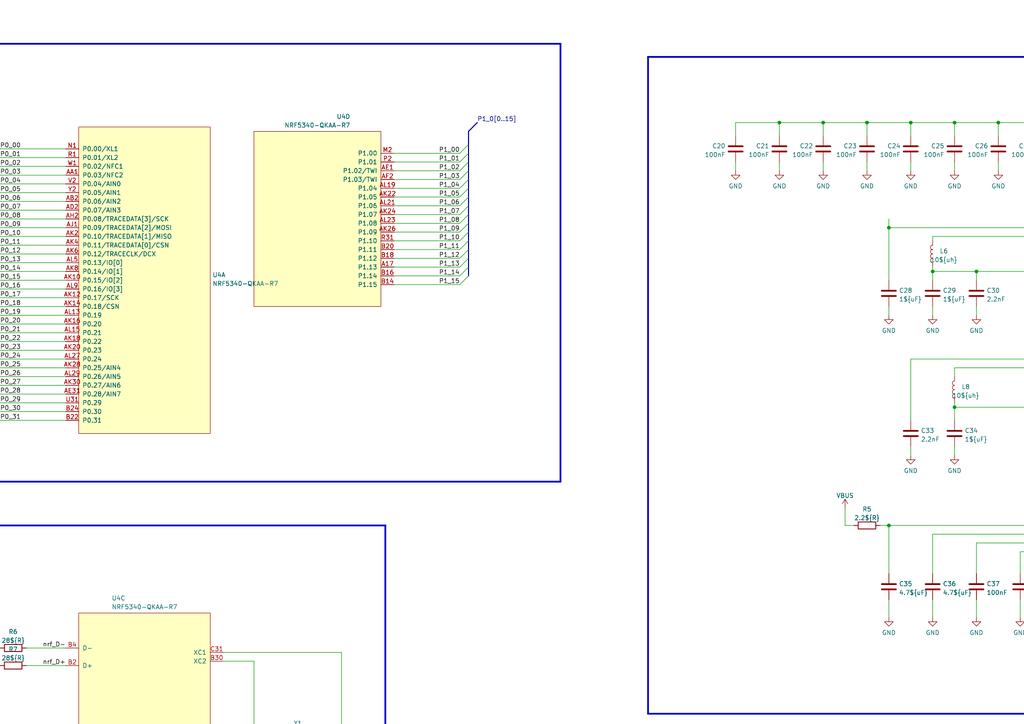
<source format=kicad_sch>
(kicad_sch (version 20211123) (generator eeschema)
  (paper "A4")
  (junction (at 257.81 152.4))
  (junction (at 302.26 35.56))
  (junction (at 403.86 99.06))
  (junction (at 226.06 35.56))
  (junction (at 378.46 99.06))
  (junction (at 306.07 128.27))
  (junction (at 276.86 35.56))
  (junction (at 289.56 35.56))
  (junction (at 251.46 35.56))
  (junction (at 73.66 214.63))
  (junction (at 283.21 78.74))
  (junction (at 257.81 66.04))
  (junction (at 238.76 35.56))
  (junction (at 276.86 118.11))
  (junction (at 270.51 78.74))
  (junction (at 308.61 78.74))
  (junction (at 264.16 35.56))
  (junction (at 99.06 214.63))
  (bus_entry (at -2.54 40.64) (size 2.54 2.54))
  (bus_entry (at -2.54 99.06) (size 2.54 2.54))
  (bus_entry (at -2.54 81.28) (size 2.54 2.54))
  (bus_entry (at -2.54 58.42) (size 2.54 2.54))
  (bus_entry (at -2.54 60.96) (size 2.54 2.54))
  (bus_entry (at -2.54 116.84) (size 2.54 2.54))
  (bus_entry (at 135.89 62.23) (size -2.54 2.54))
  (bus_entry (at -2.54 71.12) (size 2.54 2.54))
  (bus_entry (at -2.54 78.74) (size 2.54 2.54))
  (bus_entry (at 135.89 44.45) (size -2.54 2.54))
  (bus_entry (at -2.54 73.66) (size 2.54 2.54))
  (bus_entry (at 135.89 57.15) (size -2.54 2.54))
  (bus_entry (at 135.89 41.91) (size -2.54 2.54))
  (bus_entry (at -2.54 91.44) (size 2.54 2.54))
  (bus_entry (at -2.54 104.14) (size 2.54 2.54))
  (bus_entry (at 135.89 67.31) (size -2.54 2.54))
  (bus_entry (at 135.89 74.93) (size -2.54 2.54))
  (bus_entry (at -2.54 50.8) (size 2.54 2.54))
  (bus_entry (at 135.89 49.53) (size -2.54 2.54))
  (bus_entry (at -2.54 48.26) (size 2.54 2.54))
  (bus_entry (at -2.54 63.5) (size 2.54 2.54))
  (bus_entry (at -2.54 96.52) (size 2.54 2.54))
  (bus_entry (at 135.89 59.69) (size -2.54 2.54))
  (bus_entry (at 135.89 77.47) (size -2.54 2.54))
  (bus_entry (at -2.54 86.36) (size 2.54 2.54))
  (bus_entry (at -2.54 106.68) (size 2.54 2.54))
  (bus_entry (at -2.54 53.34) (size 2.54 2.54))
  (bus_entry (at -2.54 45.72) (size 2.54 2.54))
  (bus_entry (at -2.54 83.82) (size 2.54 2.54))
  (bus_entry (at -2.54 111.76) (size 2.54 2.54))
  (bus_entry (at -2.54 114.3) (size 2.54 2.54))
  (bus_entry (at -2.54 93.98) (size 2.54 2.54))
  (bus_entry (at -2.54 43.18) (size 2.54 2.54))
  (bus_entry (at 135.89 54.61) (size -2.54 2.54))
  (bus_entry (at -2.54 55.88) (size 2.54 2.54))
  (bus_entry (at 135.89 72.39) (size -2.54 2.54))
  (bus_entry (at -2.54 66.04) (size 2.54 2.54))
  (bus_entry (at 135.89 80.01) (size -2.54 2.54))
  (bus_entry (at -2.54 101.6) (size 2.54 2.54))
  (bus_entry (at -2.54 109.22) (size 2.54 2.54))
  (bus_entry (at -2.54 76.2) (size 2.54 2.54))
  (bus_entry (at 135.89 69.85) (size -2.54 2.54))
  (bus_entry (at 135.89 46.99) (size -2.54 2.54))
  (bus_entry (at -2.54 68.58) (size 2.54 2.54))
  (bus_entry (at -2.54 119.38) (size 2.54 2.54))
  (bus_entry (at 135.89 52.07) (size -2.54 2.54))
  (bus_entry (at 135.89 64.77) (size -2.54 2.54))
  (bus_entry (at -2.54 88.9) (size 2.54 2.54))
  (wire (pts (xy 276.86 118.11) (xy 311.15 118.11)))
  (wire (pts (xy -15.24 193.04) (xy 0 193.04)))
  (wire (pts (xy 238.76 49.53) (xy 238.76 46.99)))
  (wire (pts (xy 276.86 106.68) (xy 276.86 109.22)))
  (wire (pts (xy 0 93.98) (xy 19.05 93.98)))
  (wire (pts (xy 0 50.8) (xy 19.05 50.8)))
  (bus (pts (xy 135.89 57.15) (xy 135.89 59.69)))
  (bus (pts (xy -2.54 58.42) (xy -2.54 60.96)))
  (wire (pts (xy 133.35 69.85) (xy 114.3 69.85)))
  (bus (pts (xy -2.54 93.98) (xy -2.54 96.52)))
  (wire (pts (xy 133.35 74.93) (xy 114.3 74.93)))
  (wire (pts (xy 251.46 49.53) (xy 251.46 46.99)))
  (wire (pts (xy 378.46 99.06) (xy 378.46 105.41)))
  (bus (pts (xy 135.89 59.69) (xy 135.89 62.23)))
  (bus (pts (xy -2.54 116.84) (xy -2.54 119.38)))
  (wire (pts (xy 133.35 62.23) (xy 114.3 62.23)))
  (wire (pts (xy 403.86 113.03) (xy 403.86 115.57)))
  (wire (pts (xy 0 88.9) (xy 19.05 88.9)))
  (bus (pts (xy 135.89 54.61) (xy 135.89 57.15)))
  (wire (pts (xy 213.36 49.53) (xy 213.36 46.99)))
  (wire (pts (xy 0 86.36) (xy 19.05 86.36)))
  (wire (pts (xy 264.16 104.14) (xy 311.15 104.14)))
  (wire (pts (xy 238.76 35.56) (xy 226.06 35.56)))
  (wire (pts (xy 257.81 88.9) (xy 257.81 91.44)))
  (bus (pts (xy 135.89 46.99) (xy 135.89 49.53)))
  (polyline (pts (xy 187.96 207.01) (xy 187.96 16.51)) (stroke (width 0.508) (type solid)))
  (wire (pts (xy 308.61 78.74) (xy 308.61 77.47)))
  (wire (pts (xy 0 78.74) (xy 19.05 78.74)))
  (bus (pts (xy -2.54 76.2) (xy -2.54 78.74)))
  (bus (pts (xy -2.54 38.1) (xy -2.54 40.64)))
  (bus (pts (xy 135.89 67.31) (xy 135.89 69.85)))
  (wire (pts (xy 270.51 78.74) (xy 283.21 78.74)))
  (bus (pts (xy -2.54 101.6) (xy -2.54 104.14)))
  (bus (pts (xy 135.89 41.91) (xy 135.89 44.45)))
  (wire (pts (xy 257.81 152.4) (xy 257.81 166.37)))
  (wire (pts (xy 264.16 35.56) (xy 251.46 35.56)))
  (wire (pts (xy 308.61 77.47) (xy 311.15 77.47)))
  (wire (pts (xy 311.15 80.01) (xy 308.61 80.01)))
  (wire (pts (xy 0 68.58) (xy 19.05 68.58)))
  (wire (pts (xy 255.27 152.4) (xy 257.81 152.4)))
  (bus (pts (xy -2.54 66.04) (xy -2.54 68.58)))
  (wire (pts (xy 276.86 35.56) (xy 264.16 35.56)))
  (bus (pts (xy -2.54 50.8) (xy -2.54 53.34)))
  (wire (pts (xy -15.24 218.44) (xy 19.05 218.44)))
  (wire (pts (xy 7.62 193.04) (xy 19.05 193.04)))
  (wire (pts (xy 133.35 64.77) (xy 114.3 64.77)))
  (wire (pts (xy 356.87 99.06) (xy 378.46 99.06)))
  (wire (pts (xy 378.46 113.03) (xy 378.46 115.57)))
  (wire (pts (xy 276.86 121.92) (xy 276.86 118.11)))
  (bus (pts (xy 135.89 62.23) (xy 135.89 64.77)))
  (polyline (pts (xy 162.56 139.7) (xy 162.56 12.7)) (stroke (width 0.508) (type solid)))
  (wire (pts (xy 251.46 35.56) (xy 238.76 35.56)))
  (bus (pts (xy -2.54 83.82) (xy -2.54 86.36)))
  (wire (pts (xy 0 101.6) (xy 19.05 101.6)))
  (wire (pts (xy 311.15 154.94) (xy 270.51 154.94)))
  (wire (pts (xy 289.56 49.53) (xy 289.56 46.99)))
  (wire (pts (xy 302.26 49.53) (xy 302.26 46.99)))
  (wire (pts (xy 133.35 82.55) (xy 114.3 82.55)))
  (wire (pts (xy 73.66 214.63) (xy 82.55 214.63)))
  (wire (pts (xy 133.35 67.31) (xy 114.3 67.31)))
  (wire (pts (xy 0 99.06) (xy 19.05 99.06)))
  (wire (pts (xy 0 58.42) (xy 19.05 58.42)))
  (wire (pts (xy 387.35 99.06) (xy 378.46 99.06)))
  (wire (pts (xy 311.15 157.48) (xy 283.21 157.48)))
  (wire (pts (xy 251.46 35.56) (xy 251.46 39.37)))
  (bus (pts (xy -2.54 86.36) (xy -2.54 88.9)))
  (wire (pts (xy 0 104.14) (xy 19.05 104.14)))
  (wire (pts (xy 306.07 125.73) (xy 306.07 128.27)))
  (bus (pts (xy -2.54 40.64) (xy -2.54 43.18)))
  (wire (pts (xy 334.01 172.72) (xy 334.01 176.53)))
  (wire (pts (xy 133.35 72.39) (xy 114.3 72.39)))
  (bus (pts (xy -2.54 88.9) (xy -2.54 91.44)))
  (wire (pts (xy 289.56 35.56) (xy 276.86 35.56)))
  (bus (pts (xy -2.54 48.26) (xy -2.54 50.8)))
  (wire (pts (xy 295.91 160.02) (xy 311.15 160.02)))
  (bus (pts (xy 135.89 69.85) (xy 135.89 72.39)))
  (wire (pts (xy 0 43.18) (xy 19.05 43.18)))
  (bus (pts (xy -2.54 106.68) (xy -2.54 109.22)))
  (wire (pts (xy 394.97 99.06) (xy 403.86 99.06)))
  (bus (pts (xy -2.54 73.66) (xy -2.54 76.2)))
  (wire (pts (xy 283.21 157.48) (xy 283.21 166.37)))
  (wire (pts (xy 238.76 35.56) (xy 238.76 39.37)))
  (wire (pts (xy 295.91 166.37) (xy 295.91 160.02)))
  (polyline (pts (xy 162.56 12.7) (xy -27.94 12.7)) (stroke (width 0.508) (type solid)))
  (wire (pts (xy 264.16 49.53) (xy 264.16 46.99)))
  (bus (pts (xy 135.89 72.39) (xy 135.89 74.93)))
  (wire (pts (xy 133.35 57.15) (xy 114.3 57.15)))
  (bus (pts (xy -2.54 81.28) (xy -2.54 83.82)))
  (bus (pts (xy 135.89 44.45) (xy 135.89 46.99)))
  (wire (pts (xy 0 83.82) (xy 19.05 83.82)))
  (wire (pts (xy 7.62 187.96) (xy 19.05 187.96)))
  (bus (pts (xy -2.54 111.76) (xy -2.54 114.3)))
  (bus (pts (xy -2.54 63.5) (xy -2.54 66.04)))
  (wire (pts (xy 257.81 173.99) (xy 257.81 179.07)))
  (wire (pts (xy 0 81.28) (xy 19.05 81.28)))
  (bus (pts (xy 135.89 49.53) (xy 135.89 52.07)))
  (wire (pts (xy 276.86 35.56) (xy 276.86 39.37)))
  (wire (pts (xy 311.15 133.35) (xy 306.07 133.35)))
  (wire (pts (xy 90.17 214.63) (xy 99.06 214.63)))
  (polyline (pts (xy -27.94 152.4) (xy -27.94 241.3)) (stroke (width 0.508) (type solid)))
  (wire (pts (xy 306.07 133.35) (xy 306.07 128.27)))
  (wire (pts (xy -15.24 215.9) (xy 19.05 215.9)))
  (wire (pts (xy -15.24 187.96) (xy 0 187.96)))
  (polyline (pts (xy 111.76 241.3) (xy 111.76 152.4)) (stroke (width 0.508) (type solid)))
  (wire (pts (xy 0 73.66) (xy 19.05 73.66)))
  (wire (pts (xy 283.21 173.99) (xy 283.21 179.07)))
  (wire (pts (xy 311.15 152.4) (xy 257.81 152.4)))
  (wire (pts (xy 0 76.2) (xy 19.05 76.2)))
  (wire (pts (xy 245.11 152.4) (xy 247.65 152.4)))
  (wire (pts (xy 257.81 81.28) (xy 257.81 66.04)))
  (bus (pts (xy 135.89 64.77) (xy 135.89 67.31)))
  (wire (pts (xy 0 114.3) (xy 19.05 114.3)))
  (wire (pts (xy 0 48.26) (xy 19.05 48.26)))
  (wire (pts (xy 133.35 54.61) (xy 114.3 54.61)))
  (polyline (pts (xy -27.94 152.4) (xy 111.76 152.4)) (stroke (width 0.508) (type solid)))
  (wire (pts (xy 306.07 128.27) (xy 311.15 128.27)))
  (bus (pts (xy -5.08 35.56) (xy -2.54 38.1)))
  (wire (pts (xy 0 45.72) (xy 19.05 45.72)))
  (wire (pts (xy 0 121.92) (xy 19.05 121.92)))
  (wire (pts (xy 226.06 35.56) (xy 226.06 39.37)))
  (bus (pts (xy -2.54 91.44) (xy -2.54 93.98)))
  (wire (pts (xy 311.15 106.68) (xy 276.86 106.68)))
  (wire (pts (xy 99.06 189.23) (xy 99.06 214.63)))
  (bus (pts (xy 138.43 35.56) (xy 135.89 38.1)))
  (wire (pts (xy 270.51 77.47) (xy 270.51 78.74)))
  (wire (pts (xy 73.66 191.77) (xy 73.66 214.63)))
  (bus (pts (xy 135.89 38.1) (xy 135.89 41.91)))
  (wire (pts (xy 213.36 35.56) (xy 213.36 39.37)))
  (bus (pts (xy -2.54 71.12) (xy -2.54 73.66)))
  (wire (pts (xy 270.51 154.94) (xy 270.51 166.37)))
  (wire (pts (xy -15.24 213.36) (xy 19.05 213.36)))
  (wire (pts (xy 64.77 189.23) (xy 99.06 189.23)))
  (wire (pts (xy 226.06 35.56) (xy 213.36 35.56)))
  (wire (pts (xy 133.35 59.69) (xy 114.3 59.69)))
  (polyline (pts (xy 454.66 16.51) (xy 454.66 207.01)) (stroke (width 0.508) (type solid)))
  (wire (pts (xy 295.91 173.99) (xy 295.91 179.07)))
  (bus (pts (xy -2.54 60.96) (xy -2.54 63.5)))
  (wire (pts (xy 0 119.38) (xy 19.05 119.38)))
  (wire (pts (xy 0 55.88) (xy 19.05 55.88)))
  (bus (pts (xy -2.54 78.74) (xy -2.54 81.28)))
  (wire (pts (xy 257.81 63.5) (xy 257.81 66.04)))
  (wire (pts (xy 302.26 35.56) (xy 302.26 39.37)))
  (polyline (pts (xy -27.94 12.7) (xy -27.94 139.7)) (stroke (width 0.508) (type solid)))
  (wire (pts (xy 226.06 49.53) (xy 226.06 46.99)))
  (wire (pts (xy 99.06 214.63) (xy 99.06 217.17)))
  (wire (pts (xy 0 116.84) (xy 19.05 116.84)))
  (wire (pts (xy 0 91.44) (xy 19.05 91.44)))
  (wire (pts (xy 283.21 88.9) (xy 283.21 91.44)))
  (wire (pts (xy 0 66.04) (xy 19.05 66.04)))
  (wire (pts (xy 270.51 68.58) (xy 270.51 69.85)))
  (wire (pts (xy 133.35 44.45) (xy 114.3 44.45)))
  (wire (pts (xy 270.51 81.28) (xy 270.51 78.74)))
  (wire (pts (xy 270.51 173.99) (xy 270.51 179.07)))
  (bus (pts (xy -2.54 104.14) (xy -2.54 106.68)))
  (wire (pts (xy 99.06 224.79) (xy 99.06 227.33)))
  (bus (pts (xy -2.54 99.06) (xy -2.54 101.6)))
  (wire (pts (xy 133.35 80.01) (xy 114.3 80.01)))
  (bus (pts (xy -2.54 45.72) (xy -2.54 48.26)))
  (wire (pts (xy 0 71.12) (xy 19.05 71.12)))
  (wire (pts (xy 403.86 99.06) (xy 403.86 105.41)))
  (wire (pts (xy 73.66 191.77) (xy 64.77 191.77)))
  (polyline (pts (xy 187.96 207.01) (xy 454.66 207.01)) (stroke (width 0.508) (type solid)))
  (bus (pts (xy -2.54 114.3) (xy -2.54 116.84)))
  (wire (pts (xy 0 60.96) (xy 19.05 60.96)))
  (bus (pts (xy -2.54 53.34) (xy -2.54 55.88)))
  (wire (pts (xy 73.66 217.17) (xy 73.66 214.63)))
  (wire (pts (xy 311.15 35.56) (xy 302.26 35.56)))
  (wire (pts (xy 276.86 132.08) (xy 276.86 129.54)))
  (wire (pts (xy 86.36 219.71) (xy 86.36 227.33)))
  (bus (pts (xy 135.89 52.07) (xy 135.89 54.61)))
  (wire (pts (xy 270.51 88.9) (xy 270.51 91.44)))
  (bus (pts (xy 135.89 77.47) (xy 135.89 80.01)))
  (wire (pts (xy 289.56 35.56) (xy 289.56 39.37)))
  (wire (pts (xy 73.66 224.79) (xy 73.66 227.33)))
  (wire (pts (xy 264.16 104.14) (xy 264.16 121.92)))
  (wire (pts (xy 0 96.52) (xy 19.05 96.52)))
  (bus (pts (xy -2.54 43.18) (xy -2.54 45.72)))
  (wire (pts (xy 283.21 78.74) (xy 308.61 78.74)))
  (wire (pts (xy 264.16 132.08) (xy 264.16 129.54)))
  (wire (pts (xy 245.11 147.32) (xy 245.11 152.4)))
  (wire (pts (xy 302.26 35.56) (xy 289.56 35.56)))
  (wire (pts (xy 133.35 52.07) (xy 114.3 52.07)))
  (wire (pts (xy 270.51 68.58) (xy 311.15 68.58)))
  (wire (pts (xy 0 109.22) (xy 19.05 109.22)))
  (wire (pts (xy 0 63.5) (xy 19.05 63.5)))
  (bus (pts (xy -2.54 109.22) (xy -2.54 111.76)))
  (polyline (pts (xy -27.94 241.3) (xy 111.76 241.3)) (stroke (width 0.508) (type solid)))
  (wire (pts (xy 133.35 49.53) (xy 114.3 49.53)))
  (wire (pts (xy 0 106.68) (xy 19.05 106.68)))
  (wire (pts (xy 276.86 116.84) (xy 276.86 118.11)))
  (wire (pts (xy 257.81 66.04) (xy 311.15 66.04)))
  (polyline (pts (xy -27.94 139.7) (xy 162.56 139.7)) (stroke (width 0.508) (type solid)))
  (wire (pts (xy 0 53.34) (xy 19.05 53.34)))
  (wire (pts (xy 133.35 46.99) (xy 114.3 46.99)))
  (polyline (pts (xy 187.96 16.51) (xy 454.66 16.51)) (stroke (width 0.508) (type solid)))
  (wire (pts (xy 133.35 77.47) (xy 114.3 77.47)))
  (bus (pts (xy -2.54 68.58) (xy -2.54 71.12)))
  (wire (pts (xy 264.16 35.56) (xy 264.16 39.37)))
  (wire (pts (xy 308.61 80.01) (xy 308.61 78.74)))
  (wire (pts (xy 283.21 78.74) (xy 283.21 81.28)))
  (bus (pts (xy 135.89 74.93) (xy 135.89 77.47)))
  (wire (pts (xy 403.86 99.06) (xy 416.56 99.06)))
  (bus (pts (xy -2.54 96.52) (xy -2.54 99.06)))
  (wire (pts (xy 0 111.76) (xy 19.05 111.76)))
  (bus (pts (xy -2.54 55.88) (xy -2.54 58.42)))
  (wire (pts (xy 276.86 49.53) (xy 276.86 46.99)))
  (label "P1_01" (at 133.35 46.99 180))
  (label "nrf_D+" (at 19.05 193.04 180))
  (label "P0_15" (at 0 81.28 0))
  (label "P0_10" (at 0 68.58 0))
  (label "P0_26" (at 0 109.22 0))
  (label "P0_28" (at 0 114.3 0))
  (label "P0_24" (at 0 104.14 0))
  (label "P1_06" (at 133.35 59.69 180))
  (label "P0_13" (at 0 76.2 0))
  (label "P0_02" (at 0 48.26 0))
  (label "P1_09" (at 133.35 67.31 180))
  (label "P0_06" (at 0 58.42 0))
  (label "~{RESET}" (at -15.24 213.36 180))
  (label "P0_0[0..31]" (at -5.08 35.56 180))
  (label "P1_11" (at 133.35 72.39 180))
  (label "P1_05" (at 133.35 57.15 180))
  (label "P1_04" (at 133.35 54.61 180))
  (label "P0_20" (at 0 93.98 0))
  (label "P1_13" (at 133.35 77.47 180))
  (label "P0_03" (at 0 50.8 0))
  (label "P0_08" (at 0 63.5 0))
  (label "P0_11" (at 0 71.12 0))
  (label "P0_22" (at 0 99.06 0))
  (label "P0_12" (at 0 73.66 0))
  (label "P1_07" (at 133.35 62.23 180))
  (label "P1_08" (at 133.35 64.77 180))
  (label "P0_21" (at 0 96.52 0))
  (label "P0_27" (at 0 111.76 0))
  (label "P1_10" (at 133.35 69.85 180))
  (label "P0_30" (at 0 119.38 0))
  (label "P0_00" (at 0 43.18 0))
  (label "P1_00" (at 133.35 44.45 180))
  (label "SWDIO" (at -15.24 218.44 180))
  (label "P0_31" (at 0 121.92 0))
  (label "P1_0[0..15]" (at 138.43 35.56 0))
  (label "P0_05" (at 0 55.88 0))
  (label "P0_17" (at 0 86.36 0))
  (label "P0_07" (at 0 60.96 0))
  (label "P1_12" (at 133.35 74.93 180))
  (label "P0_25" (at 0 106.68 0))
  (label "P0_16" (at 0 83.82 0))
  (label "P0_14" (at 0 78.74 0))
  (label "P1_02" (at 133.35 49.53 180))
  (label "P1_15" (at 133.35 82.55 180))
  (label "P0_23" (at 0 101.6 0))
  (label "P0_01" (at 0 45.72 0))
  (label "P1_03" (at 133.35 52.07 180))
  (label "P0_18" (at 0 88.9 0))
  (label "P0_04" (at 0 53.34 0))
  (label "nrf_D-" (at 19.05 187.96 180))
  (label "P1_14" (at 133.35 80.01 180))
  (label "SWDCLK" (at -15.24 215.9 180))
  (label "P0_19" (at 0 91.44 0))
  (label "P0_29" (at 0 116.84 0))
  (label "P0_09" (at 0 66.04 0))
  (global_label "RF_LINE" (shape passive) (at 416.56 99.06 0) (property "Intersheet References" "${INTERSHEET_REFS}" (effects hide)))
  (global_label "USB_+" (shape bidirectional) (at -15.24 193.04 180) (property "Intersheet References" "${INTERSHEET_REFS}" (effects hide)))
  (global_label "USB_-" (shape bidirectional) (at -15.24 187.96 180) (property "Intersheet References" "${INTERSHEET_REFS}" (effects hide)))
  (symbol (lib_id "Device:C") (at 276.86 43.18 0) (mirror y) (unit 1)
    (property "Reference" "C25" (at 273.939 42.3453 0) (effects (justify left)))
    (property "Value" "100nF" (at 273.939 44.8822 0) (effects (justify left)))
    (property "Footprint" "Capacitor_SMD:C_0201_0603Metric" (effects hide))
  )
  (symbol (lib_id "Device:C") (at 99.06 220.98 0) (unit 1)
    (property "Reference" "C40" (at 101.981 220.1453 0) (effects (justify left)))
    (property "Value" "C" (at 101.981 222.6822 0) (effects (justify left)))
    (property "Footprint" "Capacitor_SMD:C_0201_0603Metric" (effects hide))
  )
  (symbol (lib_id "Device:C") (at 295.91 170.18 0) (unit 1)
    (property "Reference" "C38" (at 298.831 169.3453 0) (effects (justify left)))
    (property "Value" "100nF" (at 298.831 171.8822 0) (effects (justify left)))
    (property "Footprint" "Capacitor_SMD:C_0201_0603Metric" (effects hide))
  )
  (symbol (lib_id "Device:C") (at 270.51 170.18 0) (unit 1)
    (property "Reference" "C36" (at 273.431 169.3453 0) (effects (justify left)))
    (property "Value" "4.7${uF}" (at 273.431 171.8822 0) (effects (justify left)))
    (property "Footprint" "Capacitor_SMD:C_0402_1005Metric" (effects hide))
  )
  (symbol (lib_id "1.Logic.Oscillators_Resonators:32.768kHz-ECS-0327-12.5-34B-TR") (at 6.35 -6.35 0) (unit 1)
    (property "Reference" "Y2" (at 1.2511 -12.6152 0) (effects (justify left)))
    (property "Value" "32.768kHz" (at 1.2511 -10.0783 0) (effects (justify left)))
    (property "Footprint" "1.Logic.Oscillators:ECS-327-12-5-34B-TR" (effects hide))
    (property "Datasheet" "https://ecsxtal.com/store/pdf/ecx-31b.pdf" (effects hide))
  )
  (symbol (lib_id "Device:C") (at 264.16 43.18 0) (mirror y) (unit 1)
    (property "Reference" "C24" (at 261.239 42.3453 0) (effects (justify left)))
    (property "Value" "100nF" (at 261.239 44.8822 0) (effects (justify left)))
    (property "Footprint" "Capacitor_SMD:C_0201_0603Metric" (effects hide))
  )
  (symbol (lib_name "NRF5340-QKAA-R7_2") (lib_id "1.Embedded.Specialized:NRF5340-QKAA-R7") (at 22.86 36.83 0) (unit 1)
    (property "Reference" "U4" (at 61.595 80.4453 0) (effects (justify left bottom)))
    (property "Value" "NRF5340-QKAA-R7" (at 61.595 82.9822 0) (effects (justify left bottom)))
    (property "Footprint" "0:NRF5340-QKAA-R7" (effects hide))
    (property "Datasheet" "https://infocenter.nordicsemi.com/pdf/nRF5340_PS_v1.2.pdf" (effects hide))
  )
  (symbol (lib_name "NRF5340-QKAA-R7_3") (lib_id "1.Embedded.Specialized:NRF5340-QKAA-R7") (at 22.86 177.8 0) (unit 3)
    (property "Reference" "U4" (at 32.3661 174.2272 0) (effects (justify left bottom)))
    (property "Value" "NRF5340-QKAA-R7" (at 32.3661 176.7641 0) (effects (justify left bottom)))
    (property "Footprint" "0:NRF5340-QKAA-R7" (effects hide))
    (property "Datasheet" "https://infocenter.nordicsemi.com/pdf/nRF5340_PS_v1.2.pdf" (effects hide))
  )
  (symbol (lib_id "4ms_Power-symbol:GND") (at 302.26 49.53 0) (mirror y) (unit 1)
    (property "Reference" "#PWR0149" (effects hide))
    (property "Value" "GND" (at 302.26 53.9734 0))
  )
  (symbol (lib_name "NRF5340-QKAA-R7_1") (lib_id "1.Embedded.Specialized:NRF5340-QKAA-R7") (at 110.49 38.1 0) (mirror y) (unit 4)
    (property "Reference" "U4" (at 101.6189 34.5272 0) (effects (justify left bottom)))
    (property "Value" "NRF5340-QKAA-R7" (at 101.6189 37.0641 0) (effects (justify left bottom)))
    (property "Footprint" "0:NRF5340-QKAA-R7" (effects hide))
    (property "Datasheet" "https://infocenter.nordicsemi.com/pdf/nRF5340_PS_v1.2.pdf" (effects hide))
  )
  (symbol (lib_id "Device:C") (at 403.86 109.22 0) (unit 1)
    (property "Reference" "C32" (at 406.781 108.3853 0) (effects (justify left)))
    (property "Value" "DNP" (at 406.781 110.9222 0) (effects (justify left)))
    (property "Footprint" "Capacitor_SMD:C_0201_0603Metric" (effects hide))
  )
  (symbol (lib_id "4ms_Power-symbol:GND") (at 226.06 49.53 0) (mirror y) (unit 1)
    (property "Reference" "#PWR0131" (effects hide))
    (property "Value" "GND" (at 226.06 53.9734 0))
  )
  (symbol (lib_id "Device:R") (at 251.46 152.4 90) (unit 1)
    (property "Reference" "R5" (at 251.46 147.6842 90))
    (property "Value" "2.2${R}" (at 251.46 150.2211 90))
    (property "Footprint" "Resistor_SMD:R_0402_1005Metric" (effects hide))
  )
  (symbol (lib_id "4ms_Power-symbol:GND") (at 334.01 176.53 0) (unit 1)
    (property "Reference" "#PWR0132" (effects hide))
    (property "Value" "GND" (at 334.01 180.9734 0))
  )
  (symbol (lib_id "Device:C") (at 238.76 43.18 0) (mirror y) (unit 1)
    (property "Reference" "C22" (at 235.839 42.3453 0) (effects (justify left)))
    (property "Value" "100nF" (at 235.839 44.8822 0) (effects (justify left)))
    (property "Footprint" "Capacitor_SMD:C_0201_0603Metric" (effects hide))
  )
  (symbol (lib_id "4ms_Power-symbol:GND") (at 491.49 69.85 0) (unit 1)
    (property "Reference" "#PWR0109" (effects hide))
    (property "Value" "GND" (at 491.49 74.2934 0))
  )
  (symbol (lib_id "Device:L") (at 276.86 113.03 180) (unit 1)
    (property "Reference" "L8" (at 280.1144 112.1953 0))
    (property "Value" "10${uh}" (at 280.1144 114.7322 0))
    (property "Footprint" "Inductor_SMD:L_0603_1608Metric" (effects hide))
  )
  (symbol (lib_id "4ms_Power-symbol:GND") (at 289.56 49.53 0) (mirror y) (unit 1)
    (property "Reference" "#PWR0140" (effects hide))
    (property "Value" "GND" (at 289.56 53.9734 0))
  )
  (symbol (lib_id "Device:C") (at 289.56 43.18 0) (mirror y) (unit 1)
    (property "Reference" "C26" (at 286.639 42.3453 0) (effects (justify left)))
    (property "Value" "100nF" (at 286.639 44.8822 0) (effects (justify left)))
    (property "Footprint" "Capacitor_SMD:C_0201_0603Metric" (effects hide))
  )
  (symbol (lib_id "power:VBUS") (at 245.11 147.32 0) (unit 1)
    (property "Reference" "#PWR0137" (effects hide))
    (property "Value" "VBUS" (at 245.11 143.7442 0))
  )
  (symbol (lib_id "Device:C") (at 226.06 43.18 0) (mirror y) (unit 1)
    (property "Reference" "C21" (at 223.139 42.3453 0) (effects (justify left)))
    (property "Value" "100nF" (at 223.139 44.8822 0) (effects (justify left)))
    (property "Footprint" "Capacitor_SMD:C_0201_0603Metric" (effects hide))
  )
  (symbol (lib_id "4ms_Power-symbol:GND") (at 295.91 179.07 0) (unit 1)
    (property "Reference" "#PWR0143" (effects hide))
    (property "Value" "GND" (at 295.91 183.5134 0))
  )
  (symbol (lib_id "Device:C") (at 213.36 43.18 0) (mirror y) (unit 1)
    (property "Reference" "C20" (at 210.439 42.3453 0) (effects (justify left)))
    (property "Value" "100nF" (at 210.439 44.8822 0) (effects (justify left)))
    (property "Footprint" "Capacitor_SMD:C_0201_0603Metric" (effects hide))
  )
  (symbol (lib_id "4ms_Power-symbol:GND") (at 257.81 91.44 0) (unit 1)
    (property "Reference" "#PWR0139" (effects hide))
    (property "Value" "GND" (at 257.81 95.8834 0))
  )
  (symbol (lib_id "4ms_Power-symbol:GND") (at 213.36 49.53 0) (mirror y) (unit 1)
    (property "Reference" "#PWR0130" (effects hide))
    (property "Value" "GND" (at 213.36 53.9734 0))
  )
  (symbol (lib_id "4ms_Power-symbol:GND") (at 257.81 179.07 0) (unit 1)
    (property "Reference" "#PWR0141" (effects hide))
    (property "Value" "GND" (at 257.81 183.5134 0))
  )
  (symbol (lib_id "Device:C") (at 302.26 43.18 0) (mirror y) (unit 1)
    (property "Reference" "C27" (at 299.339 42.3453 0) (effects (justify left)))
    (property "Value" "100nF" (at 299.339 44.8822 0) (effects (justify left)))
    (property "Footprint" "Capacitor_SMD:C_0201_0603Metric" (effects hide))
  )
  (symbol (lib_id "4ms_Power-symbol:GND") (at 276.86 49.53 0) (mirror y) (unit 1)
    (property "Reference" "#PWR0150" (effects hide))
    (property "Value" "GND" (at 276.86 53.9734 0))
  )
  (symbol (lib_id "4ms_Power-symbol:GND") (at 283.21 91.44 0) (unit 1)
    (property "Reference" "#PWR0135" (effects hide))
    (property "Value" "GND" (at 283.21 95.8834 0))
  )
  (symbol (lib_id "4ms_Power-symbol:GND") (at 86.36 227.33 0) (unit 1)
    (property "Reference" "#PWR0128" (effects hide))
    (property "Value" "GND" (at 86.36 231.7734 0))
  )
  (symbol (lib_id "4ms_Power-symbol:GND") (at 283.21 179.07 0) (unit 1)
    (property "Reference" "#PWR0145" (effects hide))
    (property "Value" "GND" (at 283.21 183.5134 0))
  )
  (symbol (lib_id "4ms_Power-symbol:GND") (at 99.06 227.33 0) (unit 1)
    (property "Reference" "#PWR0126" (effects hide))
    (property "Value" "GND" (at 99.06 231.7734 0))
  )
  (symbol (lib_id "4ms_Power-symbol:GND") (at 378.46 115.57 0) (unit 1)
    (property "Reference" "#PWR0134" (effects hide))
    (property "Value" "GND" (at 378.46 120.0134 0))
  )
  (symbol (lib_id "Device:C") (at 283.21 85.09 0) (unit 1)
    (property "Reference" "C30" (at 286.131 84.2553 0) (effects (justify left)))
    (property "Value" "2.2nF" (at 286.131 86.7922 0) (effects (justify left)))
    (property "Footprint" "Capacitor_SMD:C_0201_0603Metric" (effects hide))
  )
  (symbol (lib_id "Device:C") (at 283.21 170.18 0) (unit 1)
    (property "Reference" "C37" (at 286.131 169.3453 0) (effects (justify left)))
    (property "Value" "100nF" (at 286.131 171.8822 0) (effects (justify left)))
    (property "Footprint" "Capacitor_SMD:C_0201_0603Metric" (effects hide))
  )
  (symbol (lib_id "4ms_Power-symbol:GND") (at 264.16 49.53 0) (mirror y) (unit 1)
    (property "Reference" "#PWR0148" (effects hide))
    (property "Value" "GND" (at 264.16 53.9734 0))
  )
  (symbol (lib_id "Device:R") (at 3.81 193.04 90) (unit 1)
    (property "Reference" "R7" (at 3.81 188.3242 90))
    (property "Value" "28${R}" (at 3.81 190.8611 90))
    (property "Footprint" "Resistor_SMD:R_0201_0603Metric" (effects hide))
  )
  (symbol (lib_id "4ms_Power-symbol:GND") (at 403.86 115.57 0) (unit 1)
    (property "Reference" "#PWR0133" (effects hide))
    (property "Value" "GND" (at 403.86 120.0134 0))
  )
  (symbol (lib_id "4ms_Power-symbol:GND") (at 238.76 49.53 0) (mirror y) (unit 1)
    (property "Reference" "#PWR0129" (effects hide))
    (property "Value" "GND" (at 238.76 53.9734 0))
  )
  (symbol (lib_id "Device:C") (at 264.16 125.73 0) (unit 1)
    (property "Reference" "C33" (at 267.081 124.8953 0) (effects (justify left)))
    (property "Value" "2.2nF" (at 267.081 127.4322 0) (effects (justify left)))
    (property "Footprint" "Capacitor_SMD:C_0201_0603Metric" (effects hide))
  )
  (symbol (lib_id "Device:L") (at 391.16 99.06 90) (unit 1)
    (property "Reference" "L7" (at 391.16 94.8522 90))
    (property "Value" "2.2nH" (at 391.16 97.3891 90))
    (property "Footprint" "Inductor_SMD:L_0402_1005Metric" (effects hide))
  )
  (symbol (lib_id "Device:L") (at 270.51 73.66 180) (unit 1)
    (property "Reference" "L6" (at 273.7644 72.8253 0))
    (property "Value" "10${uh}" (at 273.7644 75.3622 0))
    (property "Footprint" "Inductor_SMD:L_0603_1608Metric" (effects hide))
  )
  (symbol (lib_id "1.Logic.Oscillators_Resonators:32MHz-ECS-320-8-37B2-7KM-TR") (at 86.36 214.63 0) (unit 1)
    (property "Reference" "Y1" (at 85.1316 209.7842 0) (effects (justify left)))
    (property "Value" "32MHz-ECS-320-8-37B2-7KM-TR" (effects hide))
    (property "Footprint" "1.Logic.Oscillators_Resonators:32MHz-ECS-320-8-37B2-7KM-TR" (effects hide))
    (property "Datasheet" "https://ecsxtal.com/store/pdf/ECX-1637B2.pdf" (effects hide))
  )
  (symbol (lib_id "Device:C") (at 276.86 125.73 0) (unit 1)
    (property "Reference" "C34" (at 279.781 124.8953 0) (effects (justify left)))
    (property "Value" "1${uF}" (at 279.781 127.4322 0) (effects (justify left)))
    (property "Footprint" "Capacitor_SMD:C_0402_1005Metric" (effects hide))
  )
  (symbol (lib_id "4ms_Power-symbol:GND") (at 270.51 91.44 0) (unit 1)
    (property "Reference" "#PWR0136" (effects hide))
    (property "Value" "GND" (at 270.51 95.8834 0))
  )
  (symbol (lib_id "Device:C") (at 251.46 43.18 0) (mirror y) (unit 1)
    (property "Reference" "C23" (at 248.539 42.3453 0) (effects (justify left)))
    (property "Value" "100nF" (at 248.539 44.8822 0) (effects (justify left)))
    (property "Footprint" "Capacitor_SMD:C_0201_0603Metric" (effects hide))
  )
  (symbol (lib_id "Device:C") (at 270.51 85.09 0) (unit 1)
    (property "Reference" "C29" (at 273.431 84.2553 0) (effects (justify left)))
    (property "Value" "1${uF}" (at 273.431 86.7922 0) (effects (justify left)))
    (property "Footprint" "Capacitor_SMD:C_0402_1005Metric" (effects hide))
  )
  (symbol (lib_id "4ms_Power-symbol:GND") (at 276.86 132.08 0) (unit 1)
    (property "Reference" "#PWR0138" (effects hide))
    (property "Value" "GND" (at 276.86 136.5234 0))
  )
  (symbol (lib_id "4ms_Power-symbol:GND") (at 251.46 49.53 0) (mirror y) (unit 1)
    (property "Reference" "#PWR0146" (effects hide))
    (property "Value" "GND" (at 251.46 53.9734 0))
  )
  (symbol (lib_id "Device:C") (at 73.66 220.98 0) (unit 1)
    (property "Reference" "C39" (at 76.581 220.1453 0) (effects (justify left)))
    (property "Value" "C" (at 76.581 222.6822 0) (effects (justify left)))
    (property "Footprint" "Capacitor_SMD:C_0201_0603Metric" (effects hide))
  )
  (symbol (lib_id "Device:R") (at 3.81 187.96 90) (unit 1)
    (property "Reference" "R6" (at 3.81 183.2442 90))
    (property "Value" "28${R}" (at 3.81 185.7811 90))
    (property "Footprint" "Resistor_SMD:R_0201_0603Metric" (effects hide))
  )
  (symbol (lib_id "Device:RFShield_OnePiece") (at 491.49 59.69 0) (unit 1)
    (property "Reference" "SHLD2" (at 516.5219 58.8553 0))
    (property "Value" "RFShield_OnePiece" (at 516.5219 61.3922 0))
  )
  (symbol (lib_id "1.Embedded.Specialized:NRF5340-QKAA-R7") (at 314.96 29.21 0) (unit 2)
    (property "Reference" "U4" (at 324.4661 25.6372 0) (effects (justify left bottom)))
    (property "Value" "NRF5340-QKAA-R7" (at 324.4661 28.1741 0) (effects (justify left bottom)))
    (property "Footprint" "0:NRF5340-QKAA-R7" (effects hide))
    (property "Datasheet" "https://infocenter.nordicsemi.com/pdf/nRF5340_PS_v1.2.pdf" (effects hide))
  )
  (symbol (lib_id "4ms_Power-symbol:GND") (at 264.16 132.08 0) (unit 1)
    (property "Reference" "#PWR0144" (effects hide))
    (property "Value" "GND" (at 264.16 136.5234 0))
  )
  (symbol (lib_id "Device:C") (at 378.46 109.22 0) (unit 1)
    (property "Reference" "C31" (at 381.381 108.3853 0) (effects (justify left)))
    (property "Value" "0.7pF" (at 381.381 110.9222 0) (effects (justify left)))
    (property "Footprint" "Capacitor_SMD:C_0201_0603Metric" (effects hide))
  )
  (symbol (lib_id "Device:C") (at 257.81 85.09 0) (unit 1)
    (property "Reference" "C28" (at 260.731 84.2553 0) (effects (justify left)))
    (property "Value" "1${uF}" (at 260.731 86.7922 0) (effects (justify left)))
    (property "Footprint" "Capacitor_SMD:C_0402_1005Metric" (effects hide))
  )
  (symbol (lib_id "4ms_Power-symbol:GND") (at 73.66 227.33 0) (unit 1)
    (property "Reference" "#PWR0127" (effects hide))
    (property "Value" "GND" (at 73.66 231.7734 0))
  )
  (symbol (lib_id "Device:C") (at 257.81 170.18 0) (unit 1)
    (property "Reference" "C35" (at 260.731 169.3453 0) (effects (justify left)))
    (property "Value" "4.7${uF}" (at 260.731 171.8822 0) (effects (justify left)))
    (property "Footprint" "Capacitor_SMD:C_0402_1005Metric" (effects hide))
  )
  (symbol (lib_id "4ms_Power-symbol:GND") (at 270.51 179.07 0) (unit 1)
    (property "Reference" "#PWR0142" (effects hide))
    (property "Value" "GND" (at 270.51 183.5134 0))
  )
)
</source>
